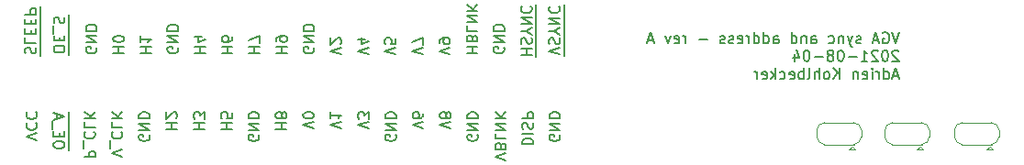
<source format=gbo>
G04 #@! TF.GenerationSoftware,KiCad,Pcbnew,(5.1.10-1-10_14)*
G04 #@! TF.CreationDate,2021-10-29T12:54:14+02:00*
G04 #@! TF.ProjectId,vga_sync,7667615f-7379-46e6-932e-6b696361645f,rev?*
G04 #@! TF.SameCoordinates,Original*
G04 #@! TF.FileFunction,Legend,Bot*
G04 #@! TF.FilePolarity,Positive*
%FSLAX46Y46*%
G04 Gerber Fmt 4.6, Leading zero omitted, Abs format (unit mm)*
G04 Created by KiCad (PCBNEW (5.1.10-1-10_14)) date 2021-10-29 12:54:14*
%MOMM*%
%LPD*%
G01*
G04 APERTURE LIST*
%ADD10C,0.150000*%
%ADD11C,0.120000*%
%ADD12R,1.000000X1.500000*%
%ADD13C,0.100000*%
%ADD14C,3.000000*%
%ADD15C,5.000000*%
%ADD16O,1.600000X1.600000*%
%ADD17R,1.600000X1.600000*%
%ADD18C,1.700000*%
%ADD19C,1.600000*%
%ADD20C,1.200000*%
%ADD21R,1.200000X1.200000*%
G04 APERTURE END LIST*
D10*
X222666861Y-70827380D02*
X222333528Y-71827380D01*
X222000195Y-70827380D01*
X221143052Y-70875000D02*
X221238290Y-70827380D01*
X221381147Y-70827380D01*
X221524004Y-70875000D01*
X221619242Y-70970238D01*
X221666861Y-71065476D01*
X221714480Y-71255952D01*
X221714480Y-71398809D01*
X221666861Y-71589285D01*
X221619242Y-71684523D01*
X221524004Y-71779761D01*
X221381147Y-71827380D01*
X221285909Y-71827380D01*
X221143052Y-71779761D01*
X221095433Y-71732142D01*
X221095433Y-71398809D01*
X221285909Y-71398809D01*
X220714480Y-71541666D02*
X220238290Y-71541666D01*
X220809719Y-71827380D02*
X220476385Y-70827380D01*
X220143052Y-71827380D01*
X219095433Y-71779761D02*
X219000195Y-71827380D01*
X218809719Y-71827380D01*
X218714480Y-71779761D01*
X218666861Y-71684523D01*
X218666861Y-71636904D01*
X218714480Y-71541666D01*
X218809719Y-71494047D01*
X218952576Y-71494047D01*
X219047814Y-71446428D01*
X219095433Y-71351190D01*
X219095433Y-71303571D01*
X219047814Y-71208333D01*
X218952576Y-71160714D01*
X218809719Y-71160714D01*
X218714480Y-71208333D01*
X218333528Y-71160714D02*
X218095433Y-71827380D01*
X217857338Y-71160714D02*
X218095433Y-71827380D01*
X218190671Y-72065476D01*
X218238290Y-72113095D01*
X218333528Y-72160714D01*
X217476385Y-71160714D02*
X217476385Y-71827380D01*
X217476385Y-71255952D02*
X217428766Y-71208333D01*
X217333528Y-71160714D01*
X217190671Y-71160714D01*
X217095433Y-71208333D01*
X217047814Y-71303571D01*
X217047814Y-71827380D01*
X216143052Y-71779761D02*
X216238290Y-71827380D01*
X216428766Y-71827380D01*
X216524004Y-71779761D01*
X216571623Y-71732142D01*
X216619242Y-71636904D01*
X216619242Y-71351190D01*
X216571623Y-71255952D01*
X216524004Y-71208333D01*
X216428766Y-71160714D01*
X216238290Y-71160714D01*
X216143052Y-71208333D01*
X214524004Y-71827380D02*
X214524004Y-71303571D01*
X214571623Y-71208333D01*
X214666861Y-71160714D01*
X214857338Y-71160714D01*
X214952576Y-71208333D01*
X214524004Y-71779761D02*
X214619242Y-71827380D01*
X214857338Y-71827380D01*
X214952576Y-71779761D01*
X215000195Y-71684523D01*
X215000195Y-71589285D01*
X214952576Y-71494047D01*
X214857338Y-71446428D01*
X214619242Y-71446428D01*
X214524004Y-71398809D01*
X214047814Y-71160714D02*
X214047814Y-71827380D01*
X214047814Y-71255952D02*
X214000195Y-71208333D01*
X213904957Y-71160714D01*
X213762100Y-71160714D01*
X213666861Y-71208333D01*
X213619242Y-71303571D01*
X213619242Y-71827380D01*
X212714480Y-71827380D02*
X212714480Y-70827380D01*
X212714480Y-71779761D02*
X212809719Y-71827380D01*
X213000195Y-71827380D01*
X213095433Y-71779761D01*
X213143052Y-71732142D01*
X213190671Y-71636904D01*
X213190671Y-71351190D01*
X213143052Y-71255952D01*
X213095433Y-71208333D01*
X213000195Y-71160714D01*
X212809719Y-71160714D01*
X212714480Y-71208333D01*
X211047814Y-71827380D02*
X211047814Y-71303571D01*
X211095433Y-71208333D01*
X211190671Y-71160714D01*
X211381147Y-71160714D01*
X211476385Y-71208333D01*
X211047814Y-71779761D02*
X211143052Y-71827380D01*
X211381147Y-71827380D01*
X211476385Y-71779761D01*
X211524004Y-71684523D01*
X211524004Y-71589285D01*
X211476385Y-71494047D01*
X211381147Y-71446428D01*
X211143052Y-71446428D01*
X211047814Y-71398809D01*
X210143052Y-71827380D02*
X210143052Y-70827380D01*
X210143052Y-71779761D02*
X210238290Y-71827380D01*
X210428766Y-71827380D01*
X210524004Y-71779761D01*
X210571623Y-71732142D01*
X210619242Y-71636904D01*
X210619242Y-71351190D01*
X210571623Y-71255952D01*
X210524004Y-71208333D01*
X210428766Y-71160714D01*
X210238290Y-71160714D01*
X210143052Y-71208333D01*
X209238290Y-71827380D02*
X209238290Y-70827380D01*
X209238290Y-71779761D02*
X209333528Y-71827380D01*
X209524004Y-71827380D01*
X209619242Y-71779761D01*
X209666861Y-71732142D01*
X209714480Y-71636904D01*
X209714480Y-71351190D01*
X209666861Y-71255952D01*
X209619242Y-71208333D01*
X209524004Y-71160714D01*
X209333528Y-71160714D01*
X209238290Y-71208333D01*
X208762100Y-71827380D02*
X208762100Y-71160714D01*
X208762100Y-71351190D02*
X208714480Y-71255952D01*
X208666861Y-71208333D01*
X208571623Y-71160714D01*
X208476385Y-71160714D01*
X207762100Y-71779761D02*
X207857338Y-71827380D01*
X208047814Y-71827380D01*
X208143052Y-71779761D01*
X208190671Y-71684523D01*
X208190671Y-71303571D01*
X208143052Y-71208333D01*
X208047814Y-71160714D01*
X207857338Y-71160714D01*
X207762100Y-71208333D01*
X207714480Y-71303571D01*
X207714480Y-71398809D01*
X208190671Y-71494047D01*
X207333528Y-71779761D02*
X207238290Y-71827380D01*
X207047814Y-71827380D01*
X206952576Y-71779761D01*
X206904957Y-71684523D01*
X206904957Y-71636904D01*
X206952576Y-71541666D01*
X207047814Y-71494047D01*
X207190671Y-71494047D01*
X207285909Y-71446428D01*
X207333528Y-71351190D01*
X207333528Y-71303571D01*
X207285909Y-71208333D01*
X207190671Y-71160714D01*
X207047814Y-71160714D01*
X206952576Y-71208333D01*
X206524004Y-71779761D02*
X206428766Y-71827380D01*
X206238290Y-71827380D01*
X206143052Y-71779761D01*
X206095433Y-71684523D01*
X206095433Y-71636904D01*
X206143052Y-71541666D01*
X206238290Y-71494047D01*
X206381147Y-71494047D01*
X206476385Y-71446428D01*
X206524004Y-71351190D01*
X206524004Y-71303571D01*
X206476385Y-71208333D01*
X206381147Y-71160714D01*
X206238290Y-71160714D01*
X206143052Y-71208333D01*
X204904957Y-71446428D02*
X204143052Y-71446428D01*
X202904957Y-71827380D02*
X202904957Y-71160714D01*
X202904957Y-71351190D02*
X202857338Y-71255952D01*
X202809719Y-71208333D01*
X202714480Y-71160714D01*
X202619242Y-71160714D01*
X201904957Y-71779761D02*
X202000195Y-71827380D01*
X202190671Y-71827380D01*
X202285909Y-71779761D01*
X202333528Y-71684523D01*
X202333528Y-71303571D01*
X202285909Y-71208333D01*
X202190671Y-71160714D01*
X202000195Y-71160714D01*
X201904957Y-71208333D01*
X201857338Y-71303571D01*
X201857338Y-71398809D01*
X202333528Y-71494047D01*
X201524004Y-71160714D02*
X201285909Y-71827380D01*
X201047814Y-71160714D01*
X199952576Y-71541666D02*
X199476385Y-71541666D01*
X200047814Y-71827380D02*
X199714480Y-70827380D01*
X199381147Y-71827380D01*
X222571623Y-72572619D02*
X222524004Y-72525000D01*
X222428766Y-72477380D01*
X222190671Y-72477380D01*
X222095433Y-72525000D01*
X222047814Y-72572619D01*
X222000195Y-72667857D01*
X222000195Y-72763095D01*
X222047814Y-72905952D01*
X222619242Y-73477380D01*
X222000195Y-73477380D01*
X221381147Y-72477380D02*
X221285909Y-72477380D01*
X221190671Y-72525000D01*
X221143052Y-72572619D01*
X221095433Y-72667857D01*
X221047814Y-72858333D01*
X221047814Y-73096428D01*
X221095433Y-73286904D01*
X221143052Y-73382142D01*
X221190671Y-73429761D01*
X221285909Y-73477380D01*
X221381147Y-73477380D01*
X221476385Y-73429761D01*
X221524004Y-73382142D01*
X221571623Y-73286904D01*
X221619242Y-73096428D01*
X221619242Y-72858333D01*
X221571623Y-72667857D01*
X221524004Y-72572619D01*
X221476385Y-72525000D01*
X221381147Y-72477380D01*
X220666861Y-72572619D02*
X220619242Y-72525000D01*
X220524004Y-72477380D01*
X220285909Y-72477380D01*
X220190671Y-72525000D01*
X220143052Y-72572619D01*
X220095433Y-72667857D01*
X220095433Y-72763095D01*
X220143052Y-72905952D01*
X220714480Y-73477380D01*
X220095433Y-73477380D01*
X219143052Y-73477380D02*
X219714480Y-73477380D01*
X219428766Y-73477380D02*
X219428766Y-72477380D01*
X219524004Y-72620238D01*
X219619242Y-72715476D01*
X219714480Y-72763095D01*
X218714480Y-73096428D02*
X217952576Y-73096428D01*
X217285909Y-72477380D02*
X217190671Y-72477380D01*
X217095433Y-72525000D01*
X217047814Y-72572619D01*
X217000195Y-72667857D01*
X216952576Y-72858333D01*
X216952576Y-73096428D01*
X217000195Y-73286904D01*
X217047814Y-73382142D01*
X217095433Y-73429761D01*
X217190671Y-73477380D01*
X217285909Y-73477380D01*
X217381147Y-73429761D01*
X217428766Y-73382142D01*
X217476385Y-73286904D01*
X217524004Y-73096428D01*
X217524004Y-72858333D01*
X217476385Y-72667857D01*
X217428766Y-72572619D01*
X217381147Y-72525000D01*
X217285909Y-72477380D01*
X216381147Y-72905952D02*
X216476385Y-72858333D01*
X216524004Y-72810714D01*
X216571623Y-72715476D01*
X216571623Y-72667857D01*
X216524004Y-72572619D01*
X216476385Y-72525000D01*
X216381147Y-72477380D01*
X216190671Y-72477380D01*
X216095433Y-72525000D01*
X216047814Y-72572619D01*
X216000195Y-72667857D01*
X216000195Y-72715476D01*
X216047814Y-72810714D01*
X216095433Y-72858333D01*
X216190671Y-72905952D01*
X216381147Y-72905952D01*
X216476385Y-72953571D01*
X216524004Y-73001190D01*
X216571623Y-73096428D01*
X216571623Y-73286904D01*
X216524004Y-73382142D01*
X216476385Y-73429761D01*
X216381147Y-73477380D01*
X216190671Y-73477380D01*
X216095433Y-73429761D01*
X216047814Y-73382142D01*
X216000195Y-73286904D01*
X216000195Y-73096428D01*
X216047814Y-73001190D01*
X216095433Y-72953571D01*
X216190671Y-72905952D01*
X215571623Y-73096428D02*
X214809719Y-73096428D01*
X214143052Y-72477380D02*
X214047814Y-72477380D01*
X213952576Y-72525000D01*
X213904957Y-72572619D01*
X213857338Y-72667857D01*
X213809719Y-72858333D01*
X213809719Y-73096428D01*
X213857338Y-73286904D01*
X213904957Y-73382142D01*
X213952576Y-73429761D01*
X214047814Y-73477380D01*
X214143052Y-73477380D01*
X214238290Y-73429761D01*
X214285909Y-73382142D01*
X214333528Y-73286904D01*
X214381147Y-73096428D01*
X214381147Y-72858333D01*
X214333528Y-72667857D01*
X214285909Y-72572619D01*
X214238290Y-72525000D01*
X214143052Y-72477380D01*
X212952576Y-72810714D02*
X212952576Y-73477380D01*
X213190671Y-72429761D02*
X213428766Y-73144047D01*
X212809719Y-73144047D01*
X222571623Y-74841666D02*
X222095433Y-74841666D01*
X222666861Y-75127380D02*
X222333528Y-74127380D01*
X222000195Y-75127380D01*
X221238290Y-75127380D02*
X221238290Y-74127380D01*
X221238290Y-75079761D02*
X221333528Y-75127380D01*
X221524004Y-75127380D01*
X221619242Y-75079761D01*
X221666861Y-75032142D01*
X221714480Y-74936904D01*
X221714480Y-74651190D01*
X221666861Y-74555952D01*
X221619242Y-74508333D01*
X221524004Y-74460714D01*
X221333528Y-74460714D01*
X221238290Y-74508333D01*
X220762100Y-75127380D02*
X220762100Y-74460714D01*
X220762100Y-74651190D02*
X220714480Y-74555952D01*
X220666861Y-74508333D01*
X220571623Y-74460714D01*
X220476385Y-74460714D01*
X220143052Y-75127380D02*
X220143052Y-74460714D01*
X220143052Y-74127380D02*
X220190671Y-74175000D01*
X220143052Y-74222619D01*
X220095433Y-74175000D01*
X220143052Y-74127380D01*
X220143052Y-74222619D01*
X219285909Y-75079761D02*
X219381147Y-75127380D01*
X219571623Y-75127380D01*
X219666861Y-75079761D01*
X219714480Y-74984523D01*
X219714480Y-74603571D01*
X219666861Y-74508333D01*
X219571623Y-74460714D01*
X219381147Y-74460714D01*
X219285909Y-74508333D01*
X219238290Y-74603571D01*
X219238290Y-74698809D01*
X219714480Y-74794047D01*
X218809719Y-74460714D02*
X218809719Y-75127380D01*
X218809719Y-74555952D02*
X218762100Y-74508333D01*
X218666861Y-74460714D01*
X218524004Y-74460714D01*
X218428766Y-74508333D01*
X218381147Y-74603571D01*
X218381147Y-75127380D01*
X217143052Y-75127380D02*
X217143052Y-74127380D01*
X216571623Y-75127380D02*
X217000195Y-74555952D01*
X216571623Y-74127380D02*
X217143052Y-74698809D01*
X216000195Y-75127380D02*
X216095433Y-75079761D01*
X216143052Y-75032142D01*
X216190671Y-74936904D01*
X216190671Y-74651190D01*
X216143052Y-74555952D01*
X216095433Y-74508333D01*
X216000195Y-74460714D01*
X215857338Y-74460714D01*
X215762100Y-74508333D01*
X215714480Y-74555952D01*
X215666861Y-74651190D01*
X215666861Y-74936904D01*
X215714480Y-75032142D01*
X215762100Y-75079761D01*
X215857338Y-75127380D01*
X216000195Y-75127380D01*
X215238290Y-75127380D02*
X215238290Y-74127380D01*
X214809719Y-75127380D02*
X214809719Y-74603571D01*
X214857338Y-74508333D01*
X214952576Y-74460714D01*
X215095433Y-74460714D01*
X215190671Y-74508333D01*
X215238290Y-74555952D01*
X214190671Y-75127380D02*
X214285909Y-75079761D01*
X214333528Y-74984523D01*
X214333528Y-74127380D01*
X213809719Y-75127380D02*
X213809719Y-74127380D01*
X213809719Y-74508333D02*
X213714480Y-74460714D01*
X213524004Y-74460714D01*
X213428766Y-74508333D01*
X213381147Y-74555952D01*
X213333528Y-74651190D01*
X213333528Y-74936904D01*
X213381147Y-75032142D01*
X213428766Y-75079761D01*
X213524004Y-75127380D01*
X213714480Y-75127380D01*
X213809719Y-75079761D01*
X212524004Y-75079761D02*
X212619242Y-75127380D01*
X212809719Y-75127380D01*
X212904957Y-75079761D01*
X212952576Y-74984523D01*
X212952576Y-74603571D01*
X212904957Y-74508333D01*
X212809719Y-74460714D01*
X212619242Y-74460714D01*
X212524004Y-74508333D01*
X212476385Y-74603571D01*
X212476385Y-74698809D01*
X212952576Y-74794047D01*
X211619242Y-75079761D02*
X211714480Y-75127380D01*
X211904957Y-75127380D01*
X212000195Y-75079761D01*
X212047814Y-75032142D01*
X212095433Y-74936904D01*
X212095433Y-74651190D01*
X212047814Y-74555952D01*
X212000195Y-74508333D01*
X211904957Y-74460714D01*
X211714480Y-74460714D01*
X211619242Y-74508333D01*
X211190671Y-75127380D02*
X211190671Y-74127380D01*
X211095433Y-74746428D02*
X210809719Y-75127380D01*
X210809719Y-74460714D02*
X211190671Y-74841666D01*
X210000195Y-75079761D02*
X210095433Y-75127380D01*
X210285909Y-75127380D01*
X210381147Y-75079761D01*
X210428766Y-74984523D01*
X210428766Y-74603571D01*
X210381147Y-74508333D01*
X210285909Y-74460714D01*
X210095433Y-74460714D01*
X210000195Y-74508333D01*
X209952576Y-74603571D01*
X209952576Y-74698809D01*
X210428766Y-74794047D01*
X209524004Y-75127380D02*
X209524004Y-74460714D01*
X209524004Y-74651190D02*
X209476385Y-74555952D01*
X209428766Y-74508333D01*
X209333528Y-74460714D01*
X209238290Y-74460714D01*
X191694400Y-72959552D02*
X191694400Y-72102410D01*
X191327019Y-72864314D02*
X190327019Y-72530981D01*
X191327019Y-72197648D01*
X191694400Y-72102410D02*
X191694400Y-71150029D01*
X190374638Y-71911933D02*
X190327019Y-71769076D01*
X190327019Y-71530981D01*
X190374638Y-71435743D01*
X190422257Y-71388124D01*
X190517495Y-71340505D01*
X190612733Y-71340505D01*
X190707971Y-71388124D01*
X190755590Y-71435743D01*
X190803209Y-71530981D01*
X190850828Y-71721457D01*
X190898447Y-71816695D01*
X190946066Y-71864314D01*
X191041304Y-71911933D01*
X191136542Y-71911933D01*
X191231780Y-71864314D01*
X191279400Y-71816695D01*
X191327019Y-71721457D01*
X191327019Y-71483362D01*
X191279400Y-71340505D01*
X191694400Y-71150029D02*
X191694400Y-70292886D01*
X190803209Y-70721457D02*
X190327019Y-70721457D01*
X191327019Y-71054790D02*
X190803209Y-70721457D01*
X191327019Y-70388124D01*
X191694400Y-70292886D02*
X191694400Y-69245267D01*
X190327019Y-70054790D02*
X191327019Y-70054790D01*
X190327019Y-69483362D01*
X191327019Y-69483362D01*
X191694400Y-69245267D02*
X191694400Y-68245267D01*
X190422257Y-68435743D02*
X190374638Y-68483362D01*
X190327019Y-68626219D01*
X190327019Y-68721457D01*
X190374638Y-68864314D01*
X190469876Y-68959552D01*
X190565114Y-69007171D01*
X190755590Y-69054790D01*
X190898447Y-69054790D01*
X191088923Y-69007171D01*
X191184161Y-68959552D01*
X191279400Y-68864314D01*
X191327019Y-68721457D01*
X191327019Y-68626219D01*
X191279400Y-68483362D01*
X191231780Y-68435743D01*
X191304800Y-80284723D02*
X191352419Y-80379961D01*
X191352419Y-80522819D01*
X191304800Y-80665676D01*
X191209561Y-80760914D01*
X191114323Y-80808533D01*
X190923847Y-80856152D01*
X190780990Y-80856152D01*
X190590514Y-80808533D01*
X190495276Y-80760914D01*
X190400038Y-80665676D01*
X190352419Y-80522819D01*
X190352419Y-80427580D01*
X190400038Y-80284723D01*
X190447657Y-80237104D01*
X190780990Y-80237104D01*
X190780990Y-80427580D01*
X190352419Y-79808533D02*
X191352419Y-79808533D01*
X190352419Y-79237104D01*
X191352419Y-79237104D01*
X190352419Y-78760914D02*
X191352419Y-78760914D01*
X191352419Y-78522819D01*
X191304800Y-78379961D01*
X191209561Y-78284723D01*
X191114323Y-78237104D01*
X190923847Y-78189485D01*
X190780990Y-78189485D01*
X190590514Y-78237104D01*
X190495276Y-78284723D01*
X190400038Y-78379961D01*
X190352419Y-78522819D01*
X190352419Y-78760914D01*
X189103600Y-73115180D02*
X189103600Y-72067561D01*
X187736219Y-72877085D02*
X188736219Y-72877085D01*
X188260028Y-72877085D02*
X188260028Y-72305657D01*
X187736219Y-72305657D02*
X188736219Y-72305657D01*
X189103600Y-72067561D02*
X189103600Y-71115180D01*
X187783838Y-71877085D02*
X187736219Y-71734228D01*
X187736219Y-71496133D01*
X187783838Y-71400895D01*
X187831457Y-71353276D01*
X187926695Y-71305657D01*
X188021933Y-71305657D01*
X188117171Y-71353276D01*
X188164790Y-71400895D01*
X188212409Y-71496133D01*
X188260028Y-71686609D01*
X188307647Y-71781847D01*
X188355266Y-71829466D01*
X188450504Y-71877085D01*
X188545742Y-71877085D01*
X188640980Y-71829466D01*
X188688600Y-71781847D01*
X188736219Y-71686609D01*
X188736219Y-71448514D01*
X188688600Y-71305657D01*
X189103600Y-71115180D02*
X189103600Y-70258038D01*
X188212409Y-70686609D02*
X187736219Y-70686609D01*
X188736219Y-71019942D02*
X188212409Y-70686609D01*
X188736219Y-70353276D01*
X189103600Y-70258038D02*
X189103600Y-69210419D01*
X187736219Y-70019942D02*
X188736219Y-70019942D01*
X187736219Y-69448514D01*
X188736219Y-69448514D01*
X189103600Y-69210419D02*
X189103600Y-68210419D01*
X187831457Y-68400895D02*
X187783838Y-68448514D01*
X187736219Y-68591371D01*
X187736219Y-68686609D01*
X187783838Y-68829466D01*
X187879076Y-68924704D01*
X187974314Y-68972323D01*
X188164790Y-69019942D01*
X188307647Y-69019942D01*
X188498123Y-68972323D01*
X188593361Y-68924704D01*
X188688600Y-68829466D01*
X188736219Y-68686609D01*
X188736219Y-68591371D01*
X188688600Y-68448514D01*
X188640980Y-68400895D01*
X187863219Y-81155990D02*
X188863219Y-81155990D01*
X188863219Y-80917895D01*
X188815600Y-80775038D01*
X188720361Y-80679800D01*
X188625123Y-80632180D01*
X188434647Y-80584561D01*
X188291790Y-80584561D01*
X188101314Y-80632180D01*
X188006076Y-80679800D01*
X187910838Y-80775038D01*
X187863219Y-80917895D01*
X187863219Y-81155990D01*
X187863219Y-80155990D02*
X188863219Y-80155990D01*
X187910838Y-79727419D02*
X187863219Y-79584561D01*
X187863219Y-79346466D01*
X187910838Y-79251228D01*
X187958457Y-79203609D01*
X188053695Y-79155990D01*
X188148933Y-79155990D01*
X188244171Y-79203609D01*
X188291790Y-79251228D01*
X188339409Y-79346466D01*
X188387028Y-79536942D01*
X188434647Y-79632180D01*
X188482266Y-79679800D01*
X188577504Y-79727419D01*
X188672742Y-79727419D01*
X188767980Y-79679800D01*
X188815600Y-79632180D01*
X188863219Y-79536942D01*
X188863219Y-79298847D01*
X188815600Y-79155990D01*
X187863219Y-78727419D02*
X188863219Y-78727419D01*
X188863219Y-78346466D01*
X188815600Y-78251228D01*
X188767980Y-78203609D01*
X188672742Y-78155990D01*
X188529885Y-78155990D01*
X188434647Y-78203609D01*
X188387028Y-78251228D01*
X188339409Y-78346466D01*
X188339409Y-78727419D01*
X186148613Y-72197647D02*
X186196232Y-72292885D01*
X186196232Y-72435743D01*
X186148613Y-72578600D01*
X186053374Y-72673838D01*
X185958136Y-72721457D01*
X185767660Y-72769076D01*
X185624803Y-72769076D01*
X185434327Y-72721457D01*
X185339089Y-72673838D01*
X185243851Y-72578600D01*
X185196232Y-72435743D01*
X185196232Y-72340504D01*
X185243851Y-72197647D01*
X185291470Y-72150028D01*
X185624803Y-72150028D01*
X185624803Y-72340504D01*
X185196232Y-71721457D02*
X186196232Y-71721457D01*
X185196232Y-71150028D01*
X186196232Y-71150028D01*
X185196232Y-70673838D02*
X186196232Y-70673838D01*
X186196232Y-70435743D01*
X186148613Y-70292885D01*
X186053374Y-70197647D01*
X185958136Y-70150028D01*
X185767660Y-70102409D01*
X185624803Y-70102409D01*
X185434327Y-70150028D01*
X185339089Y-70197647D01*
X185243851Y-70292885D01*
X185196232Y-70435743D01*
X185196232Y-70673838D01*
X186348619Y-82627504D02*
X185348619Y-82294171D01*
X186348619Y-81960838D01*
X185872428Y-81294171D02*
X185824809Y-81151314D01*
X185777190Y-81103695D01*
X185681952Y-81056076D01*
X185539095Y-81056076D01*
X185443857Y-81103695D01*
X185396238Y-81151314D01*
X185348619Y-81246552D01*
X185348619Y-81627504D01*
X186348619Y-81627504D01*
X186348619Y-81294171D01*
X186301000Y-81198933D01*
X186253380Y-81151314D01*
X186158142Y-81103695D01*
X186062904Y-81103695D01*
X185967666Y-81151314D01*
X185920047Y-81198933D01*
X185872428Y-81294171D01*
X185872428Y-81627504D01*
X185348619Y-80151314D02*
X185348619Y-80627504D01*
X186348619Y-80627504D01*
X185348619Y-79817980D02*
X186348619Y-79817980D01*
X185348619Y-79246552D01*
X186348619Y-79246552D01*
X185348619Y-78770361D02*
X186348619Y-78770361D01*
X185348619Y-78198933D02*
X185920047Y-78627504D01*
X186348619Y-78198933D02*
X185777190Y-78770361D01*
X182732419Y-72724685D02*
X183732419Y-72724685D01*
X183256228Y-72724685D02*
X183256228Y-72153257D01*
X182732419Y-72153257D02*
X183732419Y-72153257D01*
X183256228Y-71343733D02*
X183208609Y-71200876D01*
X183160990Y-71153257D01*
X183065752Y-71105638D01*
X182922895Y-71105638D01*
X182827657Y-71153257D01*
X182780038Y-71200876D01*
X182732419Y-71296114D01*
X182732419Y-71677066D01*
X183732419Y-71677066D01*
X183732419Y-71343733D01*
X183684800Y-71248495D01*
X183637180Y-71200876D01*
X183541942Y-71153257D01*
X183446704Y-71153257D01*
X183351466Y-71200876D01*
X183303847Y-71248495D01*
X183256228Y-71343733D01*
X183256228Y-71677066D01*
X182732419Y-70200876D02*
X182732419Y-70677066D01*
X183732419Y-70677066D01*
X182732419Y-69867542D02*
X183732419Y-69867542D01*
X182732419Y-69296114D01*
X183732419Y-69296114D01*
X182732419Y-68819923D02*
X183732419Y-68819923D01*
X182732419Y-68248495D02*
X183303847Y-68677066D01*
X183732419Y-68248495D02*
X183160990Y-68819923D01*
X183731368Y-80284723D02*
X183778987Y-80379961D01*
X183778987Y-80522819D01*
X183731368Y-80665676D01*
X183636129Y-80760914D01*
X183540891Y-80808533D01*
X183350415Y-80856152D01*
X183207558Y-80856152D01*
X183017082Y-80808533D01*
X182921844Y-80760914D01*
X182826606Y-80665676D01*
X182778987Y-80522819D01*
X182778987Y-80427580D01*
X182826606Y-80284723D01*
X182874225Y-80237104D01*
X183207558Y-80237104D01*
X183207558Y-80427580D01*
X182778987Y-79808533D02*
X183778987Y-79808533D01*
X182778987Y-79237104D01*
X183778987Y-79237104D01*
X182778987Y-78760914D02*
X183778987Y-78760914D01*
X183778987Y-78522819D01*
X183731368Y-78379961D01*
X183636129Y-78284723D01*
X183540891Y-78237104D01*
X183350415Y-78189485D01*
X183207558Y-78189485D01*
X183017082Y-78237104D01*
X182921844Y-78284723D01*
X182826606Y-78379961D01*
X182778987Y-78522819D01*
X182778987Y-78760914D01*
X181182654Y-72864314D02*
X180182654Y-72530981D01*
X181182654Y-72197648D01*
X180182654Y-71816695D02*
X180182654Y-71626219D01*
X180230273Y-71530981D01*
X180277892Y-71483362D01*
X180420749Y-71388124D01*
X180611225Y-71340505D01*
X180992177Y-71340505D01*
X181087415Y-71388124D01*
X181135035Y-71435743D01*
X181182654Y-71530981D01*
X181182654Y-71721457D01*
X181135035Y-71816695D01*
X181087415Y-71864314D01*
X180992177Y-71911933D01*
X180754082Y-71911933D01*
X180658844Y-71864314D01*
X180611225Y-71816695D01*
X180563606Y-71721457D01*
X180563606Y-71530981D01*
X180611225Y-71435743D01*
X180658844Y-71388124D01*
X180754082Y-71340505D01*
X181254514Y-79713295D02*
X180254514Y-79379962D01*
X181254514Y-79046629D01*
X180825942Y-78570438D02*
X180873561Y-78665676D01*
X180921180Y-78713295D01*
X181016418Y-78760914D01*
X181064037Y-78760914D01*
X181159275Y-78713295D01*
X181206895Y-78665676D01*
X181254514Y-78570438D01*
X181254514Y-78379962D01*
X181206895Y-78284724D01*
X181159275Y-78237105D01*
X181064037Y-78189486D01*
X181016418Y-78189486D01*
X180921180Y-78237105D01*
X180873561Y-78284724D01*
X180825942Y-78379962D01*
X180825942Y-78570438D01*
X180778323Y-78665676D01*
X180730704Y-78713295D01*
X180635466Y-78760914D01*
X180444990Y-78760914D01*
X180349752Y-78713295D01*
X180302133Y-78665676D01*
X180254514Y-78570438D01*
X180254514Y-78379962D01*
X180302133Y-78284724D01*
X180349752Y-78237105D01*
X180444990Y-78189486D01*
X180635466Y-78189486D01*
X180730704Y-78237105D01*
X180778323Y-78284724D01*
X180825942Y-78379962D01*
X178675865Y-72864314D02*
X177675865Y-72530981D01*
X178675865Y-72197648D01*
X178675865Y-71959552D02*
X178675865Y-71292886D01*
X177675865Y-71721457D01*
X178730041Y-79713295D02*
X177730041Y-79379962D01*
X178730041Y-79046629D01*
X178730041Y-78284724D02*
X178730041Y-78475200D01*
X178682422Y-78570438D01*
X178634802Y-78618057D01*
X178491945Y-78713295D01*
X178301469Y-78760914D01*
X177920517Y-78760914D01*
X177825279Y-78713295D01*
X177777660Y-78665676D01*
X177730041Y-78570438D01*
X177730041Y-78379962D01*
X177777660Y-78284724D01*
X177825279Y-78237105D01*
X177920517Y-78189486D01*
X178158612Y-78189486D01*
X178253850Y-78237105D01*
X178301469Y-78284724D01*
X178349088Y-78379962D01*
X178349088Y-78570438D01*
X178301469Y-78665676D01*
X178253850Y-78713295D01*
X178158612Y-78760914D01*
X176169076Y-72864314D02*
X175169076Y-72530981D01*
X176169076Y-72197648D01*
X176169076Y-71388124D02*
X176169076Y-71864314D01*
X175692885Y-71911933D01*
X175740504Y-71864314D01*
X175788123Y-71769076D01*
X175788123Y-71530981D01*
X175740504Y-71435743D01*
X175692885Y-71388124D01*
X175597647Y-71340505D01*
X175359552Y-71340505D01*
X175264314Y-71388124D01*
X175216695Y-71435743D01*
X175169076Y-71530981D01*
X175169076Y-71769076D01*
X175216695Y-71864314D01*
X175264314Y-71911933D01*
X176157949Y-80284723D02*
X176205568Y-80379961D01*
X176205568Y-80522819D01*
X176157949Y-80665676D01*
X176062710Y-80760914D01*
X175967472Y-80808533D01*
X175776996Y-80856152D01*
X175634139Y-80856152D01*
X175443663Y-80808533D01*
X175348425Y-80760914D01*
X175253187Y-80665676D01*
X175205568Y-80522819D01*
X175205568Y-80427580D01*
X175253187Y-80284723D01*
X175300806Y-80237104D01*
X175634139Y-80237104D01*
X175634139Y-80427580D01*
X175205568Y-79808533D02*
X176205568Y-79808533D01*
X175205568Y-79237104D01*
X176205568Y-79237104D01*
X175205568Y-78760914D02*
X176205568Y-78760914D01*
X176205568Y-78522819D01*
X176157949Y-78379961D01*
X176062710Y-78284723D01*
X175967472Y-78237104D01*
X175776996Y-78189485D01*
X175634139Y-78189485D01*
X175443663Y-78237104D01*
X175348425Y-78284723D01*
X175253187Y-78379961D01*
X175205568Y-78522819D01*
X175205568Y-78760914D01*
X173662287Y-72864314D02*
X172662287Y-72530981D01*
X173662287Y-72197648D01*
X173328953Y-71435743D02*
X172662287Y-71435743D01*
X173709906Y-71673838D02*
X172995620Y-71911933D01*
X172995620Y-71292886D01*
X173681095Y-79713295D02*
X172681095Y-79379962D01*
X173681095Y-79046629D01*
X173681095Y-78808533D02*
X173681095Y-78189486D01*
X173300142Y-78522819D01*
X173300142Y-78379962D01*
X173252523Y-78284724D01*
X173204904Y-78237105D01*
X173109666Y-78189486D01*
X172871571Y-78189486D01*
X172776333Y-78237105D01*
X172728714Y-78284724D01*
X172681095Y-78379962D01*
X172681095Y-78665676D01*
X172728714Y-78760914D01*
X172776333Y-78808533D01*
X171155498Y-72864314D02*
X170155498Y-72530981D01*
X171155498Y-72197648D01*
X171060259Y-71911933D02*
X171107879Y-71864314D01*
X171155498Y-71769076D01*
X171155498Y-71530981D01*
X171107879Y-71435743D01*
X171060259Y-71388124D01*
X170965021Y-71340505D01*
X170869783Y-71340505D01*
X170726926Y-71388124D01*
X170155498Y-71959552D01*
X170155498Y-71340505D01*
X171156622Y-79713295D02*
X170156622Y-79379962D01*
X171156622Y-79046629D01*
X170156622Y-78189486D02*
X170156622Y-78760914D01*
X170156622Y-78475200D02*
X171156622Y-78475200D01*
X171013764Y-78570438D01*
X170918526Y-78665676D01*
X170870907Y-78760914D01*
X168601090Y-72197647D02*
X168648709Y-72292885D01*
X168648709Y-72435743D01*
X168601090Y-72578600D01*
X168505851Y-72673838D01*
X168410613Y-72721457D01*
X168220137Y-72769076D01*
X168077280Y-72769076D01*
X167886804Y-72721457D01*
X167791566Y-72673838D01*
X167696328Y-72578600D01*
X167648709Y-72435743D01*
X167648709Y-72340504D01*
X167696328Y-72197647D01*
X167743947Y-72150028D01*
X168077280Y-72150028D01*
X168077280Y-72340504D01*
X167648709Y-71721457D02*
X168648709Y-71721457D01*
X167648709Y-71150028D01*
X168648709Y-71150028D01*
X167648709Y-70673838D02*
X168648709Y-70673838D01*
X168648709Y-70435743D01*
X168601090Y-70292885D01*
X168505851Y-70197647D01*
X168410613Y-70150028D01*
X168220137Y-70102409D01*
X168077280Y-70102409D01*
X167886804Y-70150028D01*
X167791566Y-70197647D01*
X167696328Y-70292885D01*
X167648709Y-70435743D01*
X167648709Y-70673838D01*
X168632149Y-79713295D02*
X167632149Y-79379962D01*
X168632149Y-79046629D01*
X168632149Y-78522819D02*
X168632149Y-78427581D01*
X168584530Y-78332343D01*
X168536910Y-78284724D01*
X168441672Y-78237105D01*
X168251196Y-78189486D01*
X168013101Y-78189486D01*
X167822625Y-78237105D01*
X167727387Y-78284724D01*
X167679768Y-78332343D01*
X167632149Y-78427581D01*
X167632149Y-78522819D01*
X167679768Y-78618057D01*
X167727387Y-78665676D01*
X167822625Y-78713295D01*
X168013101Y-78760914D01*
X168251196Y-78760914D01*
X168441672Y-78713295D01*
X168536910Y-78665676D01*
X168584530Y-78618057D01*
X168632149Y-78522819D01*
X165141920Y-72721457D02*
X166141920Y-72721457D01*
X165665729Y-72721457D02*
X165665729Y-72150029D01*
X165141920Y-72150029D02*
X166141920Y-72150029D01*
X165141920Y-71626219D02*
X165141920Y-71435743D01*
X165189539Y-71340505D01*
X165237158Y-71292886D01*
X165380015Y-71197648D01*
X165570491Y-71150029D01*
X165951443Y-71150029D01*
X166046681Y-71197648D01*
X166094301Y-71245267D01*
X166141920Y-71340505D01*
X166141920Y-71530981D01*
X166094301Y-71626219D01*
X166046681Y-71673838D01*
X165951443Y-71721457D01*
X165713348Y-71721457D01*
X165618110Y-71673838D01*
X165570491Y-71626219D01*
X165522872Y-71530981D01*
X165522872Y-71340505D01*
X165570491Y-71245267D01*
X165618110Y-71197648D01*
X165713348Y-71150029D01*
X165107676Y-79760914D02*
X166107676Y-79760914D01*
X165631485Y-79760914D02*
X165631485Y-79189486D01*
X165107676Y-79189486D02*
X166107676Y-79189486D01*
X165679104Y-78570438D02*
X165726723Y-78665676D01*
X165774342Y-78713295D01*
X165869580Y-78760914D01*
X165917199Y-78760914D01*
X166012437Y-78713295D01*
X166060057Y-78665676D01*
X166107676Y-78570438D01*
X166107676Y-78379962D01*
X166060057Y-78284724D01*
X166012437Y-78237105D01*
X165917199Y-78189486D01*
X165869580Y-78189486D01*
X165774342Y-78237105D01*
X165726723Y-78284724D01*
X165679104Y-78379962D01*
X165679104Y-78570438D01*
X165631485Y-78665676D01*
X165583866Y-78713295D01*
X165488628Y-78760914D01*
X165298152Y-78760914D01*
X165202914Y-78713295D01*
X165155295Y-78665676D01*
X165107676Y-78570438D01*
X165107676Y-78379962D01*
X165155295Y-78284724D01*
X165202914Y-78237105D01*
X165298152Y-78189486D01*
X165488628Y-78189486D01*
X165583866Y-78237105D01*
X165631485Y-78284724D01*
X165679104Y-78379962D01*
X162635131Y-72721457D02*
X163635131Y-72721457D01*
X163158940Y-72721457D02*
X163158940Y-72150029D01*
X162635131Y-72150029D02*
X163635131Y-72150029D01*
X163635131Y-71769076D02*
X163635131Y-71102410D01*
X162635131Y-71530981D01*
X163535584Y-80284723D02*
X163583203Y-80379961D01*
X163583203Y-80522819D01*
X163535584Y-80665676D01*
X163440345Y-80760914D01*
X163345107Y-80808533D01*
X163154631Y-80856152D01*
X163011774Y-80856152D01*
X162821298Y-80808533D01*
X162726060Y-80760914D01*
X162630822Y-80665676D01*
X162583203Y-80522819D01*
X162583203Y-80427580D01*
X162630822Y-80284723D01*
X162678441Y-80237104D01*
X163011774Y-80237104D01*
X163011774Y-80427580D01*
X162583203Y-79808533D02*
X163583203Y-79808533D01*
X162583203Y-79237104D01*
X163583203Y-79237104D01*
X162583203Y-78760914D02*
X163583203Y-78760914D01*
X163583203Y-78522819D01*
X163535584Y-78379961D01*
X163440345Y-78284723D01*
X163345107Y-78237104D01*
X163154631Y-78189485D01*
X163011774Y-78189485D01*
X162821298Y-78237104D01*
X162726060Y-78284723D01*
X162630822Y-78379961D01*
X162583203Y-78522819D01*
X162583203Y-78760914D01*
X160128342Y-72721457D02*
X161128342Y-72721457D01*
X160652151Y-72721457D02*
X160652151Y-72150029D01*
X160128342Y-72150029D02*
X161128342Y-72150029D01*
X161128342Y-71245267D02*
X161128342Y-71435743D01*
X161080723Y-71530981D01*
X161033103Y-71578600D01*
X160890246Y-71673838D01*
X160699770Y-71721457D01*
X160318818Y-71721457D01*
X160223580Y-71673838D01*
X160175961Y-71626219D01*
X160128342Y-71530981D01*
X160128342Y-71340505D01*
X160175961Y-71245267D01*
X160223580Y-71197648D01*
X160318818Y-71150029D01*
X160556913Y-71150029D01*
X160652151Y-71197648D01*
X160699770Y-71245267D01*
X160747389Y-71340505D01*
X160747389Y-71530981D01*
X160699770Y-71626219D01*
X160652151Y-71673838D01*
X160556913Y-71721457D01*
X160058730Y-79760914D02*
X161058730Y-79760914D01*
X160582539Y-79760914D02*
X160582539Y-79189486D01*
X160058730Y-79189486D02*
X161058730Y-79189486D01*
X161058730Y-78237105D02*
X161058730Y-78713295D01*
X160582539Y-78760914D01*
X160630158Y-78713295D01*
X160677777Y-78618057D01*
X160677777Y-78379962D01*
X160630158Y-78284724D01*
X160582539Y-78237105D01*
X160487301Y-78189486D01*
X160249206Y-78189486D01*
X160153968Y-78237105D01*
X160106349Y-78284724D01*
X160058730Y-78379962D01*
X160058730Y-78618057D01*
X160106349Y-78713295D01*
X160153968Y-78760914D01*
X157621553Y-72721457D02*
X158621553Y-72721457D01*
X158145362Y-72721457D02*
X158145362Y-72150029D01*
X157621553Y-72150029D02*
X158621553Y-72150029D01*
X158288219Y-71245267D02*
X157621553Y-71245267D01*
X158669172Y-71483362D02*
X157954886Y-71721457D01*
X157954886Y-71102410D01*
X157534257Y-79760914D02*
X158534257Y-79760914D01*
X158058066Y-79760914D02*
X158058066Y-79189486D01*
X157534257Y-79189486D02*
X158534257Y-79189486D01*
X158534257Y-78808533D02*
X158534257Y-78189486D01*
X158153304Y-78522819D01*
X158153304Y-78379962D01*
X158105685Y-78284724D01*
X158058066Y-78237105D01*
X157962828Y-78189486D01*
X157724733Y-78189486D01*
X157629495Y-78237105D01*
X157581876Y-78284724D01*
X157534257Y-78379962D01*
X157534257Y-78665676D01*
X157581876Y-78760914D01*
X157629495Y-78808533D01*
X156067145Y-72197647D02*
X156114764Y-72292885D01*
X156114764Y-72435743D01*
X156067145Y-72578600D01*
X155971906Y-72673838D01*
X155876668Y-72721457D01*
X155686192Y-72769076D01*
X155543335Y-72769076D01*
X155352859Y-72721457D01*
X155257621Y-72673838D01*
X155162383Y-72578600D01*
X155114764Y-72435743D01*
X155114764Y-72340504D01*
X155162383Y-72197647D01*
X155210002Y-72150028D01*
X155543335Y-72150028D01*
X155543335Y-72340504D01*
X155114764Y-71721457D02*
X156114764Y-71721457D01*
X155114764Y-71150028D01*
X156114764Y-71150028D01*
X155114764Y-70673838D02*
X156114764Y-70673838D01*
X156114764Y-70435743D01*
X156067145Y-70292885D01*
X155971906Y-70197647D01*
X155876668Y-70150028D01*
X155686192Y-70102409D01*
X155543335Y-70102409D01*
X155352859Y-70150028D01*
X155257621Y-70197647D01*
X155162383Y-70292885D01*
X155114764Y-70435743D01*
X155114764Y-70673838D01*
X155009784Y-79760914D02*
X156009784Y-79760914D01*
X155533593Y-79760914D02*
X155533593Y-79189486D01*
X155009784Y-79189486D02*
X156009784Y-79189486D01*
X155914545Y-78760914D02*
X155962165Y-78713295D01*
X156009784Y-78618057D01*
X156009784Y-78379962D01*
X155962165Y-78284724D01*
X155914545Y-78237105D01*
X155819307Y-78189486D01*
X155724069Y-78189486D01*
X155581212Y-78237105D01*
X155009784Y-78808533D01*
X155009784Y-78189486D01*
X152607975Y-72721457D02*
X153607975Y-72721457D01*
X153131784Y-72721457D02*
X153131784Y-72150029D01*
X152607975Y-72150029D02*
X153607975Y-72150029D01*
X152607975Y-71150029D02*
X152607975Y-71721457D01*
X152607975Y-71435743D02*
X153607975Y-71435743D01*
X153465117Y-71530981D01*
X153369879Y-71626219D01*
X153322260Y-71721457D01*
X153437692Y-80284723D02*
X153485311Y-80379961D01*
X153485311Y-80522819D01*
X153437692Y-80665676D01*
X153342453Y-80760914D01*
X153247215Y-80808533D01*
X153056739Y-80856152D01*
X152913882Y-80856152D01*
X152723406Y-80808533D01*
X152628168Y-80760914D01*
X152532930Y-80665676D01*
X152485311Y-80522819D01*
X152485311Y-80427580D01*
X152532930Y-80284723D01*
X152580549Y-80237104D01*
X152913882Y-80237104D01*
X152913882Y-80427580D01*
X152485311Y-79808533D02*
X153485311Y-79808533D01*
X152485311Y-79237104D01*
X153485311Y-79237104D01*
X152485311Y-78760914D02*
X153485311Y-78760914D01*
X153485311Y-78522819D01*
X153437692Y-78379961D01*
X153342453Y-78284723D01*
X153247215Y-78237104D01*
X153056739Y-78189485D01*
X152913882Y-78189485D01*
X152723406Y-78237104D01*
X152628168Y-78284723D01*
X152532930Y-78379961D01*
X152485311Y-78522819D01*
X152485311Y-78760914D01*
X150101186Y-72721457D02*
X151101186Y-72721457D01*
X150624995Y-72721457D02*
X150624995Y-72150029D01*
X150101186Y-72150029D02*
X151101186Y-72150029D01*
X151101186Y-71483362D02*
X151101186Y-71388124D01*
X151053567Y-71292886D01*
X151005947Y-71245267D01*
X150910709Y-71197648D01*
X150720233Y-71150029D01*
X150482138Y-71150029D01*
X150291662Y-71197648D01*
X150196424Y-71245267D01*
X150148805Y-71292886D01*
X150101186Y-71388124D01*
X150101186Y-71483362D01*
X150148805Y-71578600D01*
X150196424Y-71626219D01*
X150291662Y-71673838D01*
X150482138Y-71721457D01*
X150720233Y-71721457D01*
X150910709Y-71673838D01*
X151005947Y-71626219D01*
X151053567Y-71578600D01*
X151101186Y-71483362D01*
X150960838Y-82332342D02*
X149960838Y-81999009D01*
X150960838Y-81665675D01*
X149865599Y-81570437D02*
X149865599Y-80808533D01*
X150056076Y-79999009D02*
X150008457Y-80046628D01*
X149960838Y-80189485D01*
X149960838Y-80284723D01*
X150008457Y-80427580D01*
X150103695Y-80522818D01*
X150198933Y-80570437D01*
X150389409Y-80618056D01*
X150532266Y-80618056D01*
X150722742Y-80570437D01*
X150817980Y-80522818D01*
X150913219Y-80427580D01*
X150960838Y-80284723D01*
X150960838Y-80189485D01*
X150913219Y-80046628D01*
X150865599Y-79999009D01*
X149960838Y-79094247D02*
X149960838Y-79570437D01*
X150960838Y-79570437D01*
X149960838Y-78760914D02*
X150960838Y-78760914D01*
X149960838Y-78189485D02*
X150532266Y-78618056D01*
X150960838Y-78189485D02*
X150389409Y-78760914D01*
X148546778Y-72197647D02*
X148594397Y-72292885D01*
X148594397Y-72435743D01*
X148546778Y-72578600D01*
X148451539Y-72673838D01*
X148356301Y-72721457D01*
X148165825Y-72769076D01*
X148022968Y-72769076D01*
X147832492Y-72721457D01*
X147737254Y-72673838D01*
X147642016Y-72578600D01*
X147594397Y-72435743D01*
X147594397Y-72340504D01*
X147642016Y-72197647D01*
X147689635Y-72150028D01*
X148022968Y-72150028D01*
X148022968Y-72340504D01*
X147594397Y-71721457D02*
X148594397Y-71721457D01*
X147594397Y-71150028D01*
X148594397Y-71150028D01*
X147594397Y-70673838D02*
X148594397Y-70673838D01*
X148594397Y-70435743D01*
X148546778Y-70292885D01*
X148451539Y-70197647D01*
X148356301Y-70150028D01*
X148165825Y-70102409D01*
X148022968Y-70102409D01*
X147832492Y-70150028D01*
X147737254Y-70197647D01*
X147642016Y-70292885D01*
X147594397Y-70435743D01*
X147594397Y-70673838D01*
X147436365Y-82332343D02*
X148436365Y-82332343D01*
X148436365Y-81951390D01*
X148388746Y-81856152D01*
X148341126Y-81808533D01*
X148245888Y-81760914D01*
X148103031Y-81760914D01*
X148007793Y-81808533D01*
X147960174Y-81856152D01*
X147912555Y-81951390D01*
X147912555Y-82332343D01*
X147341126Y-81570438D02*
X147341126Y-80808533D01*
X147531603Y-79999009D02*
X147483984Y-80046628D01*
X147436365Y-80189485D01*
X147436365Y-80284724D01*
X147483984Y-80427581D01*
X147579222Y-80522819D01*
X147674460Y-80570438D01*
X147864936Y-80618057D01*
X148007793Y-80618057D01*
X148198269Y-80570438D01*
X148293507Y-80522819D01*
X148388746Y-80427581D01*
X148436365Y-80284724D01*
X148436365Y-80189485D01*
X148388746Y-80046628D01*
X148341126Y-79999009D01*
X147436365Y-79094247D02*
X147436365Y-79570438D01*
X148436365Y-79570438D01*
X147436365Y-78760914D02*
X148436365Y-78760914D01*
X147436365Y-78189485D02*
X148007793Y-78618057D01*
X148436365Y-78189485D02*
X147864936Y-78760914D01*
X145999800Y-72877133D02*
X145999800Y-71829514D01*
X145632419Y-72448561D02*
X145632419Y-72258085D01*
X145584800Y-72162847D01*
X145489561Y-72067609D01*
X145299085Y-72019990D01*
X144965752Y-72019990D01*
X144775276Y-72067609D01*
X144680038Y-72162847D01*
X144632419Y-72258085D01*
X144632419Y-72448561D01*
X144680038Y-72543800D01*
X144775276Y-72639038D01*
X144965752Y-72686657D01*
X145299085Y-72686657D01*
X145489561Y-72639038D01*
X145584800Y-72543800D01*
X145632419Y-72448561D01*
X145999800Y-71829514D02*
X145999800Y-70924752D01*
X145156228Y-71591419D02*
X145156228Y-71258085D01*
X144632419Y-71115228D02*
X144632419Y-71591419D01*
X145632419Y-71591419D01*
X145632419Y-71115228D01*
X145999800Y-70924752D02*
X145999800Y-70162847D01*
X144537180Y-70924752D02*
X144537180Y-70162847D01*
X145999800Y-70162847D02*
X145999800Y-69210466D01*
X144680038Y-69972371D02*
X144632419Y-69829514D01*
X144632419Y-69591419D01*
X144680038Y-69496180D01*
X144727657Y-69448561D01*
X144822895Y-69400942D01*
X144918133Y-69400942D01*
X145013371Y-69448561D01*
X145060990Y-69496180D01*
X145108609Y-69591419D01*
X145156228Y-69781895D01*
X145203847Y-69877133D01*
X145251466Y-69924752D01*
X145346704Y-69972371D01*
X145441942Y-69972371D01*
X145537180Y-69924752D01*
X145584800Y-69877133D01*
X145632419Y-69781895D01*
X145632419Y-69543800D01*
X145584800Y-69400942D01*
X145984273Y-81719514D02*
X145984273Y-80671895D01*
X145616892Y-81290942D02*
X145616892Y-81100466D01*
X145569273Y-81005228D01*
X145474034Y-80909990D01*
X145283558Y-80862371D01*
X144950225Y-80862371D01*
X144759749Y-80909990D01*
X144664511Y-81005228D01*
X144616892Y-81100466D01*
X144616892Y-81290942D01*
X144664511Y-81386180D01*
X144759749Y-81481419D01*
X144950225Y-81529038D01*
X145283558Y-81529038D01*
X145474034Y-81481419D01*
X145569273Y-81386180D01*
X145616892Y-81290942D01*
X145984273Y-80671895D02*
X145984273Y-79767133D01*
X145140701Y-80433800D02*
X145140701Y-80100466D01*
X144616892Y-79957609D02*
X144616892Y-80433800D01*
X145616892Y-80433800D01*
X145616892Y-79957609D01*
X145984273Y-79767133D02*
X145984273Y-79005228D01*
X144521653Y-79767133D02*
X144521653Y-79005228D01*
X145984273Y-79005228D02*
X145984273Y-78148085D01*
X144902606Y-78814752D02*
X144902606Y-78338561D01*
X144616892Y-78909990D02*
X145616892Y-78576657D01*
X144616892Y-78243323D01*
X143358200Y-72959552D02*
X143358200Y-72007171D01*
X142038438Y-72769076D02*
X141990819Y-72626218D01*
X141990819Y-72388123D01*
X142038438Y-72292885D01*
X142086057Y-72245266D01*
X142181295Y-72197647D01*
X142276533Y-72197647D01*
X142371771Y-72245266D01*
X142419390Y-72292885D01*
X142467009Y-72388123D01*
X142514628Y-72578599D01*
X142562247Y-72673838D01*
X142609866Y-72721457D01*
X142705104Y-72769076D01*
X142800342Y-72769076D01*
X142895580Y-72721457D01*
X142943200Y-72673838D01*
X142990819Y-72578599D01*
X142990819Y-72340504D01*
X142943200Y-72197647D01*
X143358200Y-72007171D02*
X143358200Y-71197647D01*
X141990819Y-71292885D02*
X141990819Y-71769076D01*
X142990819Y-71769076D01*
X143358200Y-71197647D02*
X143358200Y-70292885D01*
X142514628Y-70959552D02*
X142514628Y-70626218D01*
X141990819Y-70483361D02*
X141990819Y-70959552D01*
X142990819Y-70959552D01*
X142990819Y-70483361D01*
X143358200Y-70292885D02*
X143358200Y-69388123D01*
X142514628Y-70054790D02*
X142514628Y-69721457D01*
X141990819Y-69578599D02*
X141990819Y-70054790D01*
X142990819Y-70054790D01*
X142990819Y-69578599D01*
X143358200Y-69388123D02*
X143358200Y-68388123D01*
X141990819Y-69150028D02*
X142990819Y-69150028D01*
X142990819Y-68769076D01*
X142943200Y-68673838D01*
X142895580Y-68626218D01*
X142800342Y-68578599D01*
X142657485Y-68578599D01*
X142562247Y-68626218D01*
X142514628Y-68673838D01*
X142467009Y-68769076D01*
X142467009Y-69150028D01*
X143092419Y-80760914D02*
X142092419Y-80427581D01*
X143092419Y-80094247D01*
X142187657Y-79189485D02*
X142140038Y-79237104D01*
X142092419Y-79379961D01*
X142092419Y-79475200D01*
X142140038Y-79618057D01*
X142235276Y-79713295D01*
X142330514Y-79760914D01*
X142520990Y-79808533D01*
X142663847Y-79808533D01*
X142854323Y-79760914D01*
X142949561Y-79713295D01*
X143044800Y-79618057D01*
X143092419Y-79475200D01*
X143092419Y-79379961D01*
X143044800Y-79237104D01*
X142997180Y-79189485D01*
X142187657Y-78189485D02*
X142140038Y-78237104D01*
X142092419Y-78379961D01*
X142092419Y-78475200D01*
X142140038Y-78618057D01*
X142235276Y-78713295D01*
X142330514Y-78760914D01*
X142520990Y-78808533D01*
X142663847Y-78808533D01*
X142854323Y-78760914D01*
X142949561Y-78713295D01*
X143044800Y-78618057D01*
X143092419Y-78475200D01*
X143092419Y-78379961D01*
X143044800Y-78237104D01*
X142997180Y-78189485D01*
D11*
X218293800Y-81362400D02*
X217993800Y-81662400D01*
X218593800Y-81662400D02*
X217993800Y-81662400D01*
X218293800Y-81362400D02*
X218593800Y-81662400D01*
X219143800Y-80462400D02*
X219143800Y-79862400D01*
X215693800Y-81162400D02*
X218493800Y-81162400D01*
X215043800Y-79862400D02*
X215043800Y-80462400D01*
X218493800Y-79162400D02*
X215693800Y-79162400D01*
X219143800Y-79862400D02*
G75*
G03*
X218443800Y-79162400I-700000J0D01*
G01*
X218443800Y-81162400D02*
G75*
G03*
X219143800Y-80462400I0J700000D01*
G01*
X215043800Y-80462400D02*
G75*
G03*
X215743800Y-81162400I700000J0D01*
G01*
X215743800Y-79162400D02*
G75*
G03*
X215043800Y-79862400I0J-700000D01*
G01*
X224567600Y-81362400D02*
X224267600Y-81662400D01*
X224867600Y-81662400D02*
X224267600Y-81662400D01*
X224567600Y-81362400D02*
X224867600Y-81662400D01*
X225417600Y-80462400D02*
X225417600Y-79862400D01*
X221967600Y-81162400D02*
X224767600Y-81162400D01*
X221317600Y-79862400D02*
X221317600Y-80462400D01*
X224767600Y-79162400D02*
X221967600Y-79162400D01*
X225417600Y-79862400D02*
G75*
G03*
X224717600Y-79162400I-700000J0D01*
G01*
X224717600Y-81162400D02*
G75*
G03*
X225417600Y-80462400I0J700000D01*
G01*
X221317600Y-80462400D02*
G75*
G03*
X222017600Y-81162400I700000J0D01*
G01*
X222017600Y-79162400D02*
G75*
G03*
X221317600Y-79862400I0J-700000D01*
G01*
X230993800Y-81362400D02*
X230693800Y-81662400D01*
X231293800Y-81662400D02*
X230693800Y-81662400D01*
X230993800Y-81362400D02*
X231293800Y-81662400D01*
X231843800Y-80462400D02*
X231843800Y-79862400D01*
X228393800Y-81162400D02*
X231193800Y-81162400D01*
X227743800Y-79862400D02*
X227743800Y-80462400D01*
X231193800Y-79162400D02*
X228393800Y-79162400D01*
X231843800Y-79862400D02*
G75*
G03*
X231143800Y-79162400I-700000J0D01*
G01*
X231143800Y-81162400D02*
G75*
G03*
X231843800Y-80462400I0J700000D01*
G01*
X227743800Y-80462400D02*
G75*
G03*
X228443800Y-81162400I700000J0D01*
G01*
X228443800Y-79162400D02*
G75*
G03*
X227743800Y-79862400I0J-700000D01*
G01*
%LPC*%
D12*
X217093800Y-80162400D03*
D13*
G36*
X215793800Y-80911798D02*
G01*
X215769266Y-80911798D01*
X215720435Y-80906988D01*
X215672310Y-80897416D01*
X215625355Y-80883172D01*
X215580022Y-80864395D01*
X215536749Y-80841264D01*
X215495950Y-80814004D01*
X215458021Y-80782876D01*
X215423324Y-80748179D01*
X215392196Y-80710250D01*
X215364936Y-80669451D01*
X215341805Y-80626178D01*
X215323028Y-80580845D01*
X215308784Y-80533890D01*
X215299212Y-80485765D01*
X215294402Y-80436934D01*
X215294402Y-80412400D01*
X215293800Y-80412400D01*
X215293800Y-79912400D01*
X215294402Y-79912400D01*
X215294402Y-79887866D01*
X215299212Y-79839035D01*
X215308784Y-79790910D01*
X215323028Y-79743955D01*
X215341805Y-79698622D01*
X215364936Y-79655349D01*
X215392196Y-79614550D01*
X215423324Y-79576621D01*
X215458021Y-79541924D01*
X215495950Y-79510796D01*
X215536749Y-79483536D01*
X215580022Y-79460405D01*
X215625355Y-79441628D01*
X215672310Y-79427384D01*
X215720435Y-79417812D01*
X215769266Y-79413002D01*
X215793800Y-79413002D01*
X215793800Y-79412400D01*
X216343800Y-79412400D01*
X216343800Y-80912400D01*
X215793800Y-80912400D01*
X215793800Y-80911798D01*
G37*
G36*
X217843800Y-79412400D02*
G01*
X218393800Y-79412400D01*
X218393800Y-79413002D01*
X218418334Y-79413002D01*
X218467165Y-79417812D01*
X218515290Y-79427384D01*
X218562245Y-79441628D01*
X218607578Y-79460405D01*
X218650851Y-79483536D01*
X218691650Y-79510796D01*
X218729579Y-79541924D01*
X218764276Y-79576621D01*
X218795404Y-79614550D01*
X218822664Y-79655349D01*
X218845795Y-79698622D01*
X218864572Y-79743955D01*
X218878816Y-79790910D01*
X218888388Y-79839035D01*
X218893198Y-79887866D01*
X218893198Y-79912400D01*
X218893800Y-79912400D01*
X218893800Y-80412400D01*
X218893198Y-80412400D01*
X218893198Y-80436934D01*
X218888388Y-80485765D01*
X218878816Y-80533890D01*
X218864572Y-80580845D01*
X218845795Y-80626178D01*
X218822664Y-80669451D01*
X218795404Y-80710250D01*
X218764276Y-80748179D01*
X218729579Y-80782876D01*
X218691650Y-80814004D01*
X218650851Y-80841264D01*
X218607578Y-80864395D01*
X218562245Y-80883172D01*
X218515290Y-80897416D01*
X218467165Y-80906988D01*
X218418334Y-80911798D01*
X218393800Y-80911798D01*
X218393800Y-80912400D01*
X217843800Y-80912400D01*
X217843800Y-79412400D01*
G37*
D12*
X223367600Y-80162400D03*
D13*
G36*
X222067600Y-80911798D02*
G01*
X222043066Y-80911798D01*
X221994235Y-80906988D01*
X221946110Y-80897416D01*
X221899155Y-80883172D01*
X221853822Y-80864395D01*
X221810549Y-80841264D01*
X221769750Y-80814004D01*
X221731821Y-80782876D01*
X221697124Y-80748179D01*
X221665996Y-80710250D01*
X221638736Y-80669451D01*
X221615605Y-80626178D01*
X221596828Y-80580845D01*
X221582584Y-80533890D01*
X221573012Y-80485765D01*
X221568202Y-80436934D01*
X221568202Y-80412400D01*
X221567600Y-80412400D01*
X221567600Y-79912400D01*
X221568202Y-79912400D01*
X221568202Y-79887866D01*
X221573012Y-79839035D01*
X221582584Y-79790910D01*
X221596828Y-79743955D01*
X221615605Y-79698622D01*
X221638736Y-79655349D01*
X221665996Y-79614550D01*
X221697124Y-79576621D01*
X221731821Y-79541924D01*
X221769750Y-79510796D01*
X221810549Y-79483536D01*
X221853822Y-79460405D01*
X221899155Y-79441628D01*
X221946110Y-79427384D01*
X221994235Y-79417812D01*
X222043066Y-79413002D01*
X222067600Y-79413002D01*
X222067600Y-79412400D01*
X222617600Y-79412400D01*
X222617600Y-80912400D01*
X222067600Y-80912400D01*
X222067600Y-80911798D01*
G37*
G36*
X224117600Y-79412400D02*
G01*
X224667600Y-79412400D01*
X224667600Y-79413002D01*
X224692134Y-79413002D01*
X224740965Y-79417812D01*
X224789090Y-79427384D01*
X224836045Y-79441628D01*
X224881378Y-79460405D01*
X224924651Y-79483536D01*
X224965450Y-79510796D01*
X225003379Y-79541924D01*
X225038076Y-79576621D01*
X225069204Y-79614550D01*
X225096464Y-79655349D01*
X225119595Y-79698622D01*
X225138372Y-79743955D01*
X225152616Y-79790910D01*
X225162188Y-79839035D01*
X225166998Y-79887866D01*
X225166998Y-79912400D01*
X225167600Y-79912400D01*
X225167600Y-80412400D01*
X225166998Y-80412400D01*
X225166998Y-80436934D01*
X225162188Y-80485765D01*
X225152616Y-80533890D01*
X225138372Y-80580845D01*
X225119595Y-80626178D01*
X225096464Y-80669451D01*
X225069204Y-80710250D01*
X225038076Y-80748179D01*
X225003379Y-80782876D01*
X224965450Y-80814004D01*
X224924651Y-80841264D01*
X224881378Y-80864395D01*
X224836045Y-80883172D01*
X224789090Y-80897416D01*
X224740965Y-80906988D01*
X224692134Y-80911798D01*
X224667600Y-80911798D01*
X224667600Y-80912400D01*
X224117600Y-80912400D01*
X224117600Y-79412400D01*
G37*
D12*
X229793800Y-80162400D03*
D13*
G36*
X228493800Y-80911798D02*
G01*
X228469266Y-80911798D01*
X228420435Y-80906988D01*
X228372310Y-80897416D01*
X228325355Y-80883172D01*
X228280022Y-80864395D01*
X228236749Y-80841264D01*
X228195950Y-80814004D01*
X228158021Y-80782876D01*
X228123324Y-80748179D01*
X228092196Y-80710250D01*
X228064936Y-80669451D01*
X228041805Y-80626178D01*
X228023028Y-80580845D01*
X228008784Y-80533890D01*
X227999212Y-80485765D01*
X227994402Y-80436934D01*
X227994402Y-80412400D01*
X227993800Y-80412400D01*
X227993800Y-79912400D01*
X227994402Y-79912400D01*
X227994402Y-79887866D01*
X227999212Y-79839035D01*
X228008784Y-79790910D01*
X228023028Y-79743955D01*
X228041805Y-79698622D01*
X228064936Y-79655349D01*
X228092196Y-79614550D01*
X228123324Y-79576621D01*
X228158021Y-79541924D01*
X228195950Y-79510796D01*
X228236749Y-79483536D01*
X228280022Y-79460405D01*
X228325355Y-79441628D01*
X228372310Y-79427384D01*
X228420435Y-79417812D01*
X228469266Y-79413002D01*
X228493800Y-79413002D01*
X228493800Y-79412400D01*
X229043800Y-79412400D01*
X229043800Y-80912400D01*
X228493800Y-80912400D01*
X228493800Y-80911798D01*
G37*
G36*
X230543800Y-79412400D02*
G01*
X231093800Y-79412400D01*
X231093800Y-79413002D01*
X231118334Y-79413002D01*
X231167165Y-79417812D01*
X231215290Y-79427384D01*
X231262245Y-79441628D01*
X231307578Y-79460405D01*
X231350851Y-79483536D01*
X231391650Y-79510796D01*
X231429579Y-79541924D01*
X231464276Y-79576621D01*
X231495404Y-79614550D01*
X231522664Y-79655349D01*
X231545795Y-79698622D01*
X231564572Y-79743955D01*
X231578816Y-79790910D01*
X231588388Y-79839035D01*
X231593198Y-79887866D01*
X231593198Y-79912400D01*
X231593800Y-79912400D01*
X231593800Y-80412400D01*
X231593198Y-80412400D01*
X231593198Y-80436934D01*
X231588388Y-80485765D01*
X231578816Y-80533890D01*
X231564572Y-80580845D01*
X231545795Y-80626178D01*
X231522664Y-80669451D01*
X231495404Y-80710250D01*
X231464276Y-80748179D01*
X231429579Y-80782876D01*
X231391650Y-80814004D01*
X231350851Y-80841264D01*
X231307578Y-80864395D01*
X231262245Y-80883172D01*
X231215290Y-80897416D01*
X231167165Y-80906988D01*
X231118334Y-80911798D01*
X231093800Y-80911798D01*
X231093800Y-80912400D01*
X230543800Y-80912400D01*
X230543800Y-79412400D01*
G37*
D14*
X113055400Y-97129600D03*
D15*
X211658200Y-130606800D03*
X131495800Y-130606800D03*
X233908600Y-71907400D03*
X112064800Y-71907400D03*
D16*
X169316400Y-102235000D03*
X187096400Y-109855000D03*
X171856400Y-102235000D03*
X184556400Y-109855000D03*
X174396400Y-102235000D03*
X182016400Y-109855000D03*
X176936400Y-102235000D03*
X179476400Y-109855000D03*
X179476400Y-102235000D03*
X176936400Y-109855000D03*
X182016400Y-102235000D03*
X174396400Y-109855000D03*
X184556400Y-102235000D03*
X171856400Y-109855000D03*
X187096400Y-102235000D03*
D17*
X169316400Y-109855000D03*
D16*
X145186400Y-117449600D03*
X160426400Y-125069600D03*
X147726400Y-117449600D03*
X157886400Y-125069600D03*
X150266400Y-117449600D03*
X155346400Y-125069600D03*
X152806400Y-117449600D03*
X152806400Y-125069600D03*
X155346400Y-117449600D03*
X150266400Y-125069600D03*
X157886400Y-117449600D03*
X147726400Y-125069600D03*
X160426400Y-117449600D03*
D17*
X145186400Y-125069600D03*
D18*
X190906400Y-74269600D03*
X188366400Y-74269600D03*
X185826400Y-74269600D03*
X183286400Y-74269600D03*
X180746400Y-74269600D03*
X178206400Y-74269600D03*
X175666400Y-74269600D03*
X173126400Y-74269600D03*
X170586400Y-74269600D03*
X168046400Y-74269600D03*
X165506400Y-74269600D03*
X162966400Y-74269600D03*
X160426400Y-74269600D03*
X157886400Y-74269600D03*
X155346400Y-74269600D03*
X152806400Y-74269600D03*
X150266400Y-74269600D03*
X147726400Y-74269600D03*
X145186400Y-74269600D03*
X142646400Y-74269600D03*
X190906400Y-76809600D03*
X188366400Y-76809600D03*
X185826400Y-76809600D03*
X183286400Y-76809600D03*
X180746400Y-76809600D03*
X178206400Y-76809600D03*
X175666400Y-76809600D03*
X173126400Y-76809600D03*
X170586400Y-76809600D03*
X168046400Y-76809600D03*
X165506400Y-76809600D03*
X162966400Y-76809600D03*
X160426400Y-76809600D03*
X157886400Y-76809600D03*
X155346400Y-76809600D03*
X152806400Y-76809600D03*
X150266400Y-76809600D03*
X147726400Y-76809600D03*
X145186400Y-76809600D03*
G36*
G01*
X143246400Y-77659600D02*
X142046400Y-77659600D01*
G75*
G02*
X141796400Y-77409600I0J250000D01*
G01*
X141796400Y-76209600D01*
G75*
G02*
X142046400Y-75959600I250000J0D01*
G01*
X143246400Y-75959600D01*
G75*
G02*
X143496400Y-76209600I0J-250000D01*
G01*
X143496400Y-77409600D01*
G75*
G02*
X143246400Y-77659600I-250000J0D01*
G01*
G37*
D16*
X146456400Y-102209600D03*
X161696400Y-109829600D03*
X148996400Y-102209600D03*
X159156400Y-109829600D03*
X151536400Y-102209600D03*
X156616400Y-109829600D03*
X154076400Y-102209600D03*
X154076400Y-109829600D03*
X156616400Y-102209600D03*
X151536400Y-109829600D03*
X159156400Y-102209600D03*
X148996400Y-109829600D03*
X161696400Y-102209600D03*
D17*
X146456400Y-109829600D03*
D16*
X123916400Y-102209600D03*
X139156400Y-109829600D03*
X126456400Y-102209600D03*
X136616400Y-109829600D03*
X128996400Y-102209600D03*
X134076400Y-109829600D03*
X131536400Y-102209600D03*
X131536400Y-109829600D03*
X134076400Y-102209600D03*
X128996400Y-109829600D03*
X136616400Y-102209600D03*
X126456400Y-109829600D03*
X139156400Y-102209600D03*
D17*
X123916400Y-109829600D03*
D16*
X146456400Y-84429600D03*
X169316400Y-92049600D03*
X148996400Y-84429600D03*
X166776400Y-92049600D03*
X151536400Y-84429600D03*
X164236400Y-92049600D03*
X154076400Y-84429600D03*
X161696400Y-92049600D03*
X156616400Y-84429600D03*
X159156400Y-92049600D03*
X159156400Y-84429600D03*
X156616400Y-92049600D03*
X161696400Y-84429600D03*
X154076400Y-92049600D03*
X164236400Y-84429600D03*
X151536400Y-92049600D03*
X166776400Y-84429600D03*
X148996400Y-92049600D03*
X169316400Y-84429600D03*
D17*
X146456400Y-92049600D03*
D19*
X223886400Y-97129600D03*
X221386400Y-97129600D03*
X173126400Y-86929600D03*
X173126400Y-84429600D03*
X227736400Y-109829600D03*
X227736400Y-102209600D03*
X220116400Y-102209600D03*
D17*
X220116400Y-109829600D03*
D16*
X207416400Y-84429600D03*
X230276400Y-92049600D03*
X209956400Y-84429600D03*
X227736400Y-92049600D03*
X212496400Y-84429600D03*
X225196400Y-92049600D03*
X215036400Y-84429600D03*
X222656400Y-92049600D03*
X217576400Y-84429600D03*
X220116400Y-92049600D03*
X220116400Y-84429600D03*
X217576400Y-92049600D03*
X222656400Y-84429600D03*
X215036400Y-92049600D03*
X225196400Y-84429600D03*
X212496400Y-92049600D03*
X227736400Y-84429600D03*
X209956400Y-92049600D03*
X230276400Y-84429600D03*
D17*
X207416400Y-92049600D03*
D16*
X176936400Y-84429600D03*
X199796400Y-92049600D03*
X179476400Y-84429600D03*
X197256400Y-92049600D03*
X182016400Y-84429600D03*
X194716400Y-92049600D03*
X184556400Y-84429600D03*
X192176400Y-92049600D03*
X187096400Y-84429600D03*
X189636400Y-92049600D03*
X189636400Y-84429600D03*
X187096400Y-92049600D03*
X192176400Y-84429600D03*
X184556400Y-92049600D03*
X194716400Y-84429600D03*
X182016400Y-92049600D03*
X197256400Y-84429600D03*
X179476400Y-92049600D03*
X199796400Y-84429600D03*
D17*
X176936400Y-92049600D03*
D16*
X115976400Y-84429600D03*
X138836400Y-92049600D03*
X118516400Y-84429600D03*
X136296400Y-92049600D03*
X121056400Y-84429600D03*
X133756400Y-92049600D03*
X123596400Y-84429600D03*
X131216400Y-92049600D03*
X126136400Y-84429600D03*
X128676400Y-92049600D03*
X128676400Y-84429600D03*
X126136400Y-92049600D03*
X131216400Y-84429600D03*
X123596400Y-92049600D03*
X133756400Y-84429600D03*
X121056400Y-92049600D03*
X136296400Y-84429600D03*
X118516400Y-92049600D03*
X138836400Y-84429600D03*
D17*
X115976400Y-92049600D03*
D16*
X216306400Y-117449600D03*
X234086400Y-125069600D03*
X218846400Y-117449600D03*
X231546400Y-125069600D03*
X221386400Y-117449600D03*
X229006400Y-125069600D03*
X223926400Y-117449600D03*
X226466400Y-125069600D03*
X226466400Y-117449600D03*
X223926400Y-125069600D03*
X229006400Y-117449600D03*
X221386400Y-125069600D03*
X231546400Y-117449600D03*
X218846400Y-125069600D03*
X234086400Y-117449600D03*
D17*
X216306400Y-125069600D03*
D16*
X216316400Y-135229600D03*
X234096400Y-142849600D03*
X218856400Y-135229600D03*
X231556400Y-142849600D03*
X221396400Y-135229600D03*
X229016400Y-142849600D03*
X223936400Y-135229600D03*
X226476400Y-142849600D03*
X226476400Y-135229600D03*
X223936400Y-142849600D03*
X229016400Y-135229600D03*
X221396400Y-142849600D03*
X231556400Y-135229600D03*
X218856400Y-142849600D03*
X234096400Y-135229600D03*
D17*
X216316400Y-142849600D03*
D16*
X190906400Y-135229600D03*
X208686400Y-142849600D03*
X193446400Y-135229600D03*
X206146400Y-142849600D03*
X195986400Y-135229600D03*
X203606400Y-142849600D03*
X198526400Y-135229600D03*
X201066400Y-142849600D03*
X201066400Y-135229600D03*
X198526400Y-142849600D03*
X203606400Y-135229600D03*
X195986400Y-142849600D03*
X206146400Y-135229600D03*
X193446400Y-142849600D03*
X208686400Y-135229600D03*
D17*
X190906400Y-142849600D03*
D16*
X190906400Y-117449600D03*
X206146400Y-125069600D03*
X193446400Y-117449600D03*
X203606400Y-125069600D03*
X195986400Y-117449600D03*
X201066400Y-125069600D03*
X198526400Y-117449600D03*
X198526400Y-125069600D03*
X201066400Y-117449600D03*
X195986400Y-125069600D03*
X203606400Y-117449600D03*
X193446400Y-125069600D03*
X206146400Y-117449600D03*
D17*
X190906400Y-125069600D03*
D16*
X194716400Y-102209600D03*
X209956400Y-109829600D03*
X197256400Y-102209600D03*
X207416400Y-109829600D03*
X199796400Y-102209600D03*
X204876400Y-109829600D03*
X202336400Y-102209600D03*
X202336400Y-109829600D03*
X204876400Y-102209600D03*
X199796400Y-109829600D03*
X207416400Y-102209600D03*
X197256400Y-109829600D03*
X209956400Y-102209600D03*
D17*
X194716400Y-109829600D03*
D16*
X168046400Y-117449600D03*
X183286400Y-125069600D03*
X170586400Y-117449600D03*
X180746400Y-125069600D03*
X173126400Y-117449600D03*
X178206400Y-125069600D03*
X175666400Y-117449600D03*
X175666400Y-125069600D03*
X178206400Y-117449600D03*
X173126400Y-125069600D03*
X180746400Y-117449600D03*
X170586400Y-125069600D03*
X183286400Y-117449600D03*
D17*
X168046400Y-125069600D03*
D16*
X122326400Y-117449600D03*
X137566400Y-125069600D03*
X124866400Y-117449600D03*
X135026400Y-125069600D03*
X127406400Y-117449600D03*
X132486400Y-125069600D03*
X129946400Y-117449600D03*
X129946400Y-125069600D03*
X132486400Y-117449600D03*
X127406400Y-125069600D03*
X135026400Y-117449600D03*
X124866400Y-125069600D03*
X137566400Y-117449600D03*
D17*
X122326400Y-125069600D03*
D16*
X165506400Y-135229600D03*
X183286400Y-142849600D03*
X168046400Y-135229600D03*
X180746400Y-142849600D03*
X170586400Y-135229600D03*
X178206400Y-142849600D03*
X173126400Y-135229600D03*
X175666400Y-142849600D03*
X175666400Y-135229600D03*
X173126400Y-142849600D03*
X178206400Y-135229600D03*
X170586400Y-142849600D03*
X180746400Y-135229600D03*
X168046400Y-142849600D03*
X183286400Y-135229600D03*
D17*
X165506400Y-142849600D03*
D16*
X140106400Y-135229600D03*
X157886400Y-142849600D03*
X142646400Y-135229600D03*
X155346400Y-142849600D03*
X145186400Y-135229600D03*
X152806400Y-142849600D03*
X147726400Y-135229600D03*
X150266400Y-142849600D03*
X150266400Y-135229600D03*
X147726400Y-142849600D03*
X152806400Y-135229600D03*
X145186400Y-142849600D03*
X155346400Y-135229600D03*
X142646400Y-142849600D03*
X157886400Y-135229600D03*
D17*
X140106400Y-142849600D03*
D16*
X114706400Y-135229600D03*
X132486400Y-142849600D03*
X117246400Y-135229600D03*
X129946400Y-142849600D03*
X119786400Y-135229600D03*
X127406400Y-142849600D03*
X122326400Y-135229600D03*
X124866400Y-142849600D03*
X124866400Y-135229600D03*
X122326400Y-142849600D03*
X127406400Y-135229600D03*
X119786400Y-142849600D03*
X129946400Y-135229600D03*
X117246400Y-142849600D03*
X132486400Y-135229600D03*
D17*
X114706400Y-142849600D03*
D14*
X129946400Y-97129600D03*
X165506400Y-97129600D03*
X201066400Y-97129600D03*
X146456400Y-97129600D03*
X184556400Y-97129600D03*
X179476400Y-130149600D03*
X213766400Y-97129600D03*
X195986400Y-130149600D03*
X150266400Y-130149600D03*
D19*
X129986400Y-75539600D03*
D17*
X132486400Y-75539600D03*
D20*
X111436400Y-118719600D03*
D21*
X113436400Y-118719600D03*
D20*
X111436400Y-128879600D03*
D21*
X113436400Y-128879600D03*
D20*
X122866400Y-75539600D03*
D21*
X124866400Y-75539600D03*
D20*
X111436400Y-103479600D03*
D21*
X113436400Y-103479600D03*
D19*
X142646400Y-86929600D03*
X142646400Y-84429600D03*
X112166400Y-86929600D03*
X112166400Y-84429600D03*
X203606400Y-86929600D03*
X203606400Y-84429600D03*
X212496400Y-137729600D03*
X212496400Y-135229600D03*
X141376400Y-119949600D03*
X141376400Y-117449600D03*
X118516400Y-119949600D03*
X118516400Y-117449600D03*
X136296400Y-137729600D03*
X136296400Y-135229600D03*
X187096400Y-137729600D03*
X187096400Y-135229600D03*
X110896400Y-137729600D03*
X110896400Y-135229600D03*
X161696400Y-137729600D03*
X161696400Y-135229600D03*
X142646400Y-104709600D03*
X142646400Y-102209600D03*
X119786400Y-104709600D03*
X119786400Y-102209600D03*
X190906400Y-104709600D03*
X190906400Y-102209600D03*
X212496400Y-119949600D03*
X212496400Y-117449600D03*
X187096400Y-119949600D03*
X187096400Y-117449600D03*
X165506400Y-104709600D03*
X165506400Y-102209600D03*
X164236400Y-119949600D03*
X164236400Y-117449600D03*
M02*

</source>
